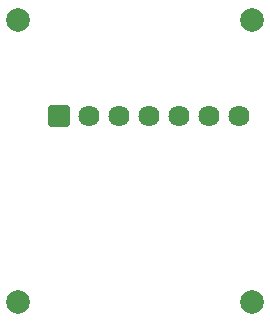
<source format=gbs>
G04 #@! TF.GenerationSoftware,KiCad,Pcbnew,7.0.10*
G04 #@! TF.CreationDate,2024-03-13T20:42:49-05:00*
G04 #@! TF.ProjectId,445_Left_Forearm,3434355f-4c65-4667-945f-466f72656172,rev?*
G04 #@! TF.SameCoordinates,Original*
G04 #@! TF.FileFunction,Soldermask,Bot*
G04 #@! TF.FilePolarity,Negative*
%FSLAX46Y46*%
G04 Gerber Fmt 4.6, Leading zero omitted, Abs format (unit mm)*
G04 Created by KiCad (PCBNEW 7.0.10) date 2024-03-13 20:42:49*
%MOMM*%
%LPD*%
G01*
G04 APERTURE LIST*
G04 Aperture macros list*
%AMRoundRect*
0 Rectangle with rounded corners*
0 $1 Rounding radius*
0 $2 $3 $4 $5 $6 $7 $8 $9 X,Y pos of 4 corners*
0 Add a 4 corners polygon primitive as box body*
4,1,4,$2,$3,$4,$5,$6,$7,$8,$9,$2,$3,0*
0 Add four circle primitives for the rounded corners*
1,1,$1+$1,$2,$3*
1,1,$1+$1,$4,$5*
1,1,$1+$1,$6,$7*
1,1,$1+$1,$8,$9*
0 Add four rect primitives between the rounded corners*
20,1,$1+$1,$2,$3,$4,$5,0*
20,1,$1+$1,$4,$5,$6,$7,0*
20,1,$1+$1,$6,$7,$8,$9,0*
20,1,$1+$1,$8,$9,$2,$3,0*%
G04 Aperture macros list end*
%ADD10RoundRect,0.102000X-0.795000X-0.795000X0.795000X-0.795000X0.795000X0.795000X-0.795000X0.795000X0*%
%ADD11C,1.794000*%
%ADD12C,2.000000*%
G04 APERTURE END LIST*
D10*
X141224000Y-83566000D03*
D11*
X143764000Y-83566000D03*
X146304000Y-83566000D03*
X148844000Y-83566000D03*
X151384000Y-83566000D03*
X153924000Y-83566000D03*
X156464000Y-83566000D03*
D12*
X137795000Y-75438000D03*
X157607000Y-75438000D03*
X157607000Y-99314000D03*
X137795000Y-99314000D03*
M02*

</source>
